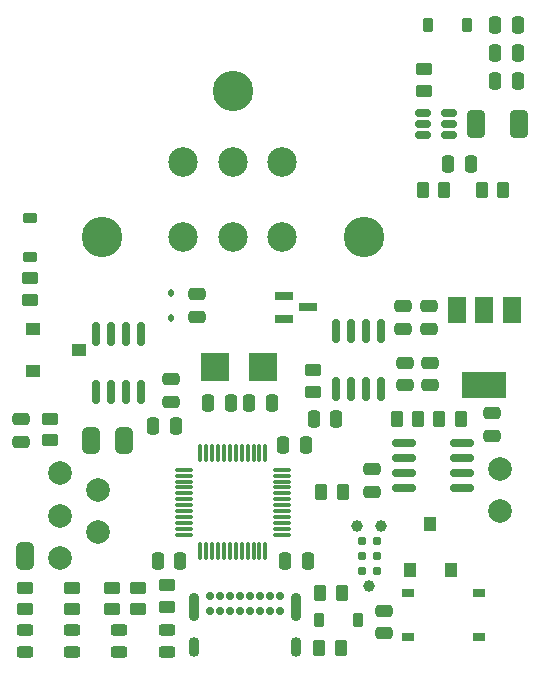
<source format=gts>
G04 #@! TF.GenerationSoftware,KiCad,Pcbnew,9.0.3*
G04 #@! TF.CreationDate,2025-08-22T23:33:47-04:00*
G04 #@! TF.ProjectId,LINBoard-HW,4c494e42-6f61-4726-942d-48572e6b6963,rev?*
G04 #@! TF.SameCoordinates,Original*
G04 #@! TF.FileFunction,Soldermask,Top*
G04 #@! TF.FilePolarity,Negative*
%FSLAX46Y46*%
G04 Gerber Fmt 4.6, Leading zero omitted, Abs format (unit mm)*
G04 Created by KiCad (PCBNEW 9.0.3) date 2025-08-22 23:33:47*
%MOMM*%
%LPD*%
G01*
G04 APERTURE LIST*
G04 Aperture macros list*
%AMRoundRect*
0 Rectangle with rounded corners*
0 $1 Rounding radius*
0 $2 $3 $4 $5 $6 $7 $8 $9 X,Y pos of 4 corners*
0 Add a 4 corners polygon primitive as box body*
4,1,4,$2,$3,$4,$5,$6,$7,$8,$9,$2,$3,0*
0 Add four circle primitives for the rounded corners*
1,1,$1+$1,$2,$3*
1,1,$1+$1,$4,$5*
1,1,$1+$1,$6,$7*
1,1,$1+$1,$8,$9*
0 Add four rect primitives between the rounded corners*
20,1,$1+$1,$2,$3,$4,$5,0*
20,1,$1+$1,$4,$5,$6,$7,0*
20,1,$1+$1,$6,$7,$8,$9,0*
20,1,$1+$1,$8,$9,$2,$3,0*%
%AMFreePoly0*
4,1,23,0.500000,-0.750000,0.000000,-0.750000,0.000000,-0.745722,-0.065263,-0.745722,-0.191342,-0.711940,-0.304381,-0.646677,-0.396677,-0.554381,-0.461940,-0.441342,-0.495722,-0.315263,-0.495722,-0.250000,-0.500000,-0.250000,-0.500000,0.250000,-0.495722,0.250000,-0.495722,0.315263,-0.461940,0.441342,-0.396677,0.554381,-0.304381,0.646677,-0.191342,0.711940,-0.065263,0.745722,0.000000,0.745722,
0.000000,0.750000,0.500000,0.750000,0.500000,-0.750000,0.500000,-0.750000,$1*%
%AMFreePoly1*
4,1,23,0.000000,0.745722,0.065263,0.745722,0.191342,0.711940,0.304381,0.646677,0.396677,0.554381,0.461940,0.441342,0.495722,0.315263,0.495722,0.250000,0.500000,0.250000,0.500000,-0.250000,0.495722,-0.250000,0.495722,-0.315263,0.461940,-0.441342,0.396677,-0.554381,0.304381,-0.646677,0.191342,-0.711940,0.065263,-0.745722,0.000000,-0.745722,0.000000,-0.750000,-0.500000,-0.750000,
-0.500000,0.750000,0.000000,0.750000,0.000000,0.745722,0.000000,0.745722,$1*%
G04 Aperture macros list end*
%ADD10RoundRect,0.250000X-0.450000X0.262500X-0.450000X-0.262500X0.450000X-0.262500X0.450000X0.262500X0*%
%ADD11RoundRect,0.250000X-0.250000X-0.475000X0.250000X-0.475000X0.250000X0.475000X-0.250000X0.475000X0*%
%ADD12R,1.300000X1.000000*%
%ADD13C,2.000000*%
%ADD14RoundRect,0.250000X-0.262500X-0.450000X0.262500X-0.450000X0.262500X0.450000X-0.262500X0.450000X0*%
%ADD15RoundRect,0.150000X0.150000X-0.825000X0.150000X0.825000X-0.150000X0.825000X-0.150000X-0.825000X0*%
%ADD16RoundRect,0.250000X-0.475000X0.250000X-0.475000X-0.250000X0.475000X-0.250000X0.475000X0.250000X0*%
%ADD17RoundRect,0.243750X0.456250X-0.243750X0.456250X0.243750X-0.456250X0.243750X-0.456250X-0.243750X0*%
%ADD18RoundRect,0.250000X0.262500X0.450000X-0.262500X0.450000X-0.262500X-0.450000X0.262500X-0.450000X0*%
%ADD19RoundRect,0.375000X0.375000X-0.825000X0.375000X0.825000X-0.375000X0.825000X-0.375000X-0.825000X0*%
%ADD20RoundRect,0.150000X0.512500X0.150000X-0.512500X0.150000X-0.512500X-0.150000X0.512500X-0.150000X0*%
%ADD21RoundRect,0.225000X0.225000X0.375000X-0.225000X0.375000X-0.225000X-0.375000X0.225000X-0.375000X0*%
%ADD22RoundRect,0.250000X0.475000X-0.250000X0.475000X0.250000X-0.475000X0.250000X-0.475000X-0.250000X0*%
%ADD23R,2.400000X2.400000*%
%ADD24C,0.700000*%
%ADD25O,0.900000X2.400000*%
%ADD26O,0.900000X1.700000*%
%ADD27RoundRect,0.150000X0.825000X0.150000X-0.825000X0.150000X-0.825000X-0.150000X0.825000X-0.150000X0*%
%ADD28R,1.000000X0.750000*%
%ADD29RoundRect,0.225000X0.375000X-0.225000X0.375000X0.225000X-0.375000X0.225000X-0.375000X-0.225000X0*%
%ADD30RoundRect,0.112500X-0.112500X0.187500X-0.112500X-0.187500X0.112500X-0.187500X0.112500X0.187500X0*%
%ADD31RoundRect,0.250000X0.250000X0.475000X-0.250000X0.475000X-0.250000X-0.475000X0.250000X-0.475000X0*%
%ADD32RoundRect,0.070000X-0.650000X-0.300000X0.650000X-0.300000X0.650000X0.300000X-0.650000X0.300000X0*%
%ADD33FreePoly0,90.000000*%
%ADD34FreePoly1,90.000000*%
%ADD35R,1.500000X2.200000*%
%ADD36R,3.800000X2.200000*%
%ADD37RoundRect,0.075000X-0.075000X0.662500X-0.075000X-0.662500X0.075000X-0.662500X0.075000X0.662500X0*%
%ADD38RoundRect,0.075000X-0.662500X0.075000X-0.662500X-0.075000X0.662500X-0.075000X0.662500X0.075000X0*%
%ADD39C,0.990600*%
%ADD40C,0.787400*%
%ADD41R,1.000000X1.300000*%
%ADD42C,3.430000*%
%ADD43C,2.500000*%
G04 APERTURE END LIST*
G36*
X-9950000Y-29750000D02*
G01*
X-8450000Y-29750000D01*
X-8450000Y-29450000D01*
X-9950000Y-29450000D01*
X-9950000Y-29750000D01*
G37*
G36*
X-18350000Y-39550000D02*
G01*
X-16850000Y-39550000D01*
X-16850000Y-39250000D01*
X-18350000Y-39250000D01*
X-18350000Y-39550000D01*
G37*
G36*
X-12750000Y-29750000D02*
G01*
X-11250000Y-29750000D01*
X-11250000Y-29450000D01*
X-12750000Y-29450000D01*
X-12750000Y-29750000D01*
G37*
D10*
X-15500724Y-27757749D03*
X-15500724Y-29582749D03*
X-10200000Y-42087500D03*
X-10200000Y-43912500D03*
D11*
X6850000Y-27800000D03*
X8750000Y-27800000D03*
D12*
X-16950000Y-20200000D03*
X-13050000Y-21950000D03*
X-16950000Y-23700000D03*
D10*
X-13600000Y-42087500D03*
X-13600000Y-43912500D03*
D11*
X4250000Y-30000000D03*
X6150000Y-30000000D03*
D13*
X22600000Y-32050000D03*
D14*
X21087500Y-8400000D03*
X22912500Y-8400000D03*
D15*
X8695000Y-25275000D03*
X9965000Y-25275000D03*
X11235000Y-25275000D03*
X12505000Y-25275000D03*
X12505000Y-20325000D03*
X11235000Y-20325000D03*
X9965000Y-20325000D03*
X8695000Y-20325000D03*
D16*
X14600000Y-23050000D03*
X14600000Y-24950000D03*
D17*
X-5600000Y-47537500D03*
X-5600000Y-45662500D03*
X-9600000Y-47537500D03*
X-9600000Y-45662500D03*
D16*
X14400000Y-18250000D03*
X14400000Y-20150000D03*
D18*
X15712500Y-27800000D03*
X13887500Y-27800000D03*
D19*
X20550000Y-2800000D03*
X24250000Y-2800000D03*
D13*
X-11400000Y-33800000D03*
D15*
X-11600000Y-25550000D03*
X-10330000Y-25550000D03*
X-9060000Y-25550000D03*
X-7790000Y-25550000D03*
X-7790000Y-20600000D03*
X-9060000Y-20600000D03*
X-10330000Y-20600000D03*
X-11600000Y-20600000D03*
D13*
X-14600000Y-36000000D03*
D14*
X7287500Y-47200000D03*
X9112500Y-47200000D03*
D20*
X18337500Y-3750000D03*
X18337500Y-2800000D03*
X18337500Y-1850000D03*
X16062500Y-1850000D03*
X16062500Y-2800000D03*
X16062500Y-3750000D03*
D21*
X10600000Y-44800000D03*
X7300000Y-44800000D03*
D22*
X-5200000Y-26350000D03*
X-5200000Y-24450000D03*
D16*
X16600000Y-18250000D03*
X16600000Y-20150000D03*
D13*
X22600000Y-35600000D03*
D23*
X2570000Y-23400000D03*
X-1530000Y-23400000D03*
D11*
X18250000Y-6200000D03*
X20150000Y-6200000D03*
X22200000Y5600000D03*
X24100000Y5600000D03*
D16*
X-17900724Y-27832749D03*
X-17900724Y-29732749D03*
D24*
X-1950000Y-42740000D03*
X-1100000Y-42740000D03*
X-250000Y-42740000D03*
X600000Y-42740000D03*
X1450000Y-42740000D03*
X2300000Y-42740000D03*
X3150000Y-42740000D03*
X4000000Y-42740000D03*
X4000000Y-44090000D03*
X3150000Y-44090000D03*
X2300000Y-44090000D03*
X1450000Y-44090000D03*
X600000Y-44090000D03*
X-250000Y-44090000D03*
X-1100000Y-44090000D03*
X-1950000Y-44090000D03*
D25*
X-3300000Y-43720000D03*
D26*
X-3300000Y-47100000D03*
D25*
X5350000Y-43720000D03*
D26*
X5350000Y-47100000D03*
D18*
X9212500Y-42500000D03*
X7387500Y-42500000D03*
D10*
X-17200000Y-15887500D03*
X-17200000Y-17712500D03*
D13*
X-14600000Y-32400000D03*
D10*
X6800000Y-23687500D03*
X6800000Y-25512500D03*
D21*
X19850000Y5600000D03*
X16550000Y5600000D03*
D13*
X-14600000Y-39600000D03*
D16*
X-3000000Y-17250000D03*
X-3000000Y-19150000D03*
D27*
X19400000Y-33610000D03*
X19400000Y-32340000D03*
X19400000Y-31070000D03*
X19400000Y-29800000D03*
X14450000Y-29800000D03*
X14450000Y-31070000D03*
X14450000Y-32340000D03*
X14450000Y-33610000D03*
D11*
X22200000Y3200000D03*
X24100000Y3200000D03*
D28*
X20800000Y-46250000D03*
X14800000Y-46250000D03*
X20800000Y-42550000D03*
X14800000Y-42550000D03*
D29*
X-17200000Y-14050000D03*
X-17200000Y-10750000D03*
D17*
X-13600000Y-47537500D03*
X-13600000Y-45662500D03*
X-17600000Y-47537500D03*
X-17600000Y-45662500D03*
D14*
X16087500Y-8400000D03*
X17912500Y-8400000D03*
D30*
X-5200000Y-17150000D03*
X-5200000Y-19250000D03*
D11*
X4450000Y-39800000D03*
X6350000Y-39800000D03*
D31*
X-4450000Y-39800000D03*
X-6350000Y-39800000D03*
D32*
X4300000Y-17400000D03*
X4300000Y-19300000D03*
X6400000Y-18350000D03*
D11*
X22200000Y800000D03*
X24100000Y800000D03*
D33*
X-9200000Y-30250000D03*
D34*
X-9200000Y-28950000D03*
D16*
X21900000Y-27300000D03*
X21900000Y-29200000D03*
X16700000Y-23050000D03*
X16700000Y-24950000D03*
D14*
X17487500Y-27800000D03*
X19312500Y-27800000D03*
D31*
X-4850000Y-28400000D03*
X-6750000Y-28400000D03*
D16*
X12800000Y-44050000D03*
X12800000Y-45950000D03*
D10*
X16200000Y1825000D03*
X16200000Y0D03*
D33*
X-17600000Y-40050000D03*
D34*
X-17600000Y-38750000D03*
D11*
X-2100000Y-26400000D03*
X-200000Y-26400000D03*
D22*
X11800000Y-33950000D03*
X11800000Y-32050000D03*
D10*
X-5600000Y-41887500D03*
X-5600000Y-43712500D03*
X-17600000Y-42087500D03*
X-17600000Y-43912500D03*
D33*
X-12000000Y-30250000D03*
D34*
X-12000000Y-28950000D03*
D35*
X23600000Y-18600000D03*
X21300000Y-18600000D03*
X19000000Y-18600000D03*
D36*
X21300000Y-24900000D03*
D37*
X2750000Y-30675000D03*
X2250000Y-30675000D03*
X1750000Y-30675000D03*
X1250000Y-30675000D03*
X750000Y-30675000D03*
X250000Y-30675000D03*
X-250000Y-30675000D03*
X-750000Y-30675000D03*
X-1250000Y-30675000D03*
X-1750000Y-30675000D03*
X-2250000Y-30675000D03*
X-2750000Y-30675000D03*
D38*
X-4162500Y-32087500D03*
X-4162500Y-32587500D03*
X-4162500Y-33087500D03*
X-4162500Y-33587500D03*
X-4162500Y-34087500D03*
X-4162500Y-34587500D03*
X-4162500Y-35087500D03*
X-4162500Y-35587500D03*
X-4162500Y-36087500D03*
X-4162500Y-36587500D03*
X-4162500Y-37087500D03*
X-4162500Y-37587500D03*
D37*
X-2750000Y-39000000D03*
X-2250000Y-39000000D03*
X-1750000Y-39000000D03*
X-1250000Y-39000000D03*
X-750000Y-39000000D03*
X-250000Y-39000000D03*
X250000Y-39000000D03*
X750000Y-39000000D03*
X1250000Y-39000000D03*
X1750000Y-39000000D03*
X2250000Y-39000000D03*
X2750000Y-39000000D03*
D38*
X4162500Y-37587500D03*
X4162500Y-37087500D03*
X4162500Y-36587500D03*
X4162500Y-36087500D03*
X4162500Y-35587500D03*
X4162500Y-35087500D03*
X4162500Y-34587500D03*
X4162500Y-34087500D03*
X4162500Y-33587500D03*
X4162500Y-33087500D03*
X4162500Y-32587500D03*
X4162500Y-32087500D03*
D11*
X1400000Y-26400000D03*
X3300000Y-26400000D03*
D14*
X7487500Y-34000000D03*
X9312500Y-34000000D03*
D39*
X11565000Y-41940000D03*
X10549000Y-36860000D03*
X12581000Y-36860000D03*
D40*
X12200000Y-40670000D03*
X10930000Y-40670000D03*
X12200000Y-39400000D03*
X10930000Y-39400000D03*
X12200000Y-38130000D03*
X10930000Y-38130000D03*
D13*
X-11400000Y-37400000D03*
D10*
X-8000000Y-42087500D03*
X-8000000Y-43912500D03*
D41*
X14975000Y-40550000D03*
X16725000Y-36650000D03*
X18475000Y-40550000D03*
D42*
X-11110000Y-12350000D03*
X0Y0D03*
X11110000Y-12350000D03*
D43*
X4200000Y-12350000D03*
X0Y-12350000D03*
X-4200000Y-12350000D03*
X-4200000Y-6000000D03*
X0Y-6000000D03*
X4200000Y-6000000D03*
M02*

</source>
